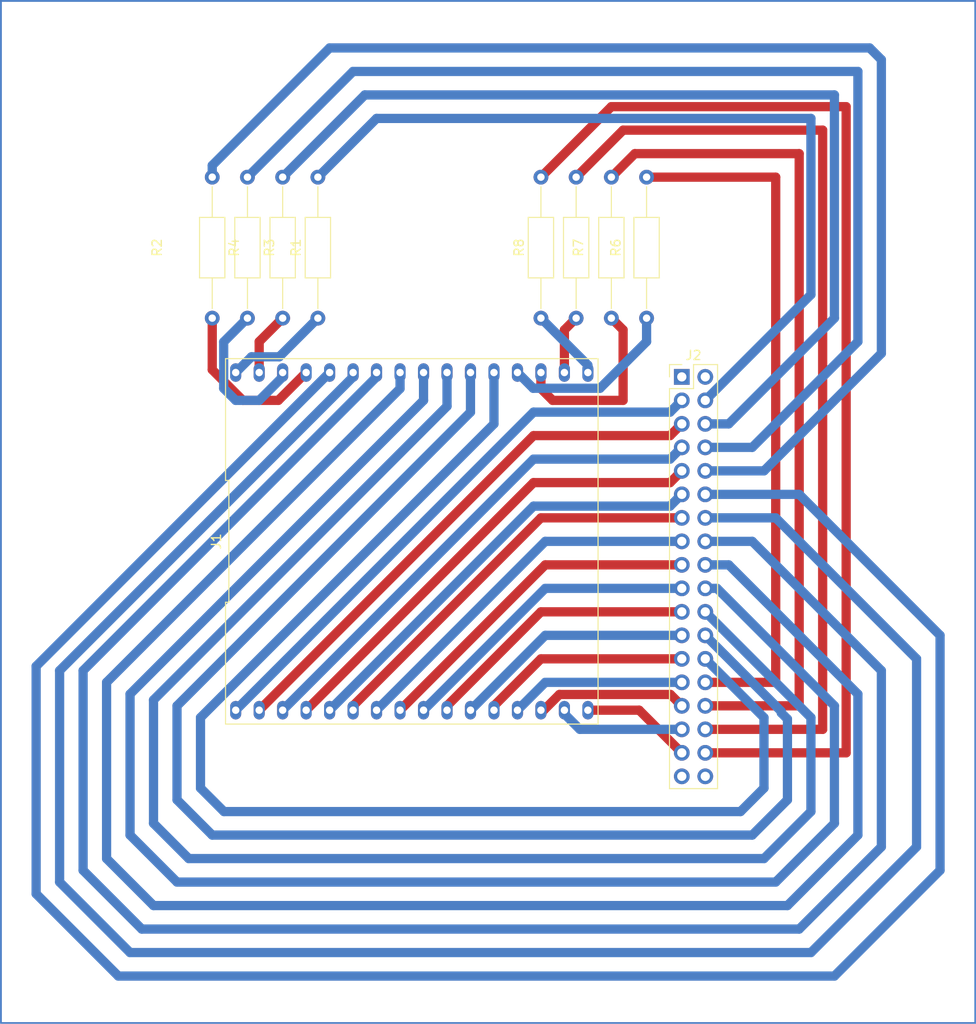
<source format=kicad_pcb>
(kicad_pcb (version 20240108) (generator "pcbnew") (generator_version "8.0")
  (layers (0 "F.Cu" signal) (31 "B.Cu" signal) (34 "B.Paste" user) (35 "F.Paste" user) (36 "B.SilkS" user "B.Silkscreen") (37 "F.SilkS" user "F.Silkscreen") (38 "B.Mask" user) (39 "F.Mask" user) (44 "Edge.Cuts" user))
  (net 0 "")
  (net 1 "Net-(J1-Pin_8)")
  (net 2 "Net-(J1-Pin_25)")
  (net 3 "Net-(J1-Pin_20)")
  (net 4 "Net-(J1-Pin_9)")
  (net 5 "Net-(J1-Pin_5)")
  (net 6 "Net-(J1-Pin_27)")
  (net 7 "Net-(J1-Pin_17)")
  (net 8 "Net-(J1-Pin_13)")
  (net 9 "Net-(J1-Pin_7)")
  (net 10 "Net-(J1-Pin_18)")
  (net 11 "Net-(J1-Pin_10)")
  (net 12 "Net-(J1-Pin_12)")
  (net 13 "Net-(J1-Pin_1)")
  (net 14 "Net-(J1-Pin_4)")
  (net 15 "Net-(J1-Pin_2)")
  (net 16 "Net-(J1-Pin_28)")
  (net 17 "Net-(J1-Pin_14)")
  (net 18 "Net-(J1-Pin_11)")
  (net 19 "Net-(J1-Pin_32)")
  (net 20 "Net-(J1-Pin_6)")
  (net 21 "Net-(J2-Pin_32)")
  (net 22 "Net-(J1-Pin_16)")
  (net 23 "Net-(J1-Pin_3)")
  (net 24 "Net-(J1-Pin_15)")
  (net 25 "Net-(J1-Pin_21)")
  (net 26 "Net-(J1-Pin_30)")
  (net 27 "Net-(J1-Pin_22)")
  (net 28 "Net-(J1-Pin_24)")
  (net 29 "Net-(J1-Pin_19)")
  (net 30 "Net-(J1-Pin_26)")
  (net 31 "Net-(J1-Pin_23)")
  (net 32 "Net-(J1-Pin_29)")
  (net 35 "Net-(J2-Pin_20)")
  (net 36 "Net-(J2-Pin_30)")
  (net 37 "Net-(J2-Pin_19)")
  (net 38 "Net-(J2-Pin_17)")
  (net 39 "Net-(J2-Pin_18)")
  (net 40 "Net-(J1-Pin_31)")
  (net 41 "Net-(J2-Pin_31)")
  (net 42 "Net-(J2-Pin_29)")
  (footprint "Resistor_THT:R_Axial_DIN0207_L6.3mm_D2.5mm_P15.24mm_Horizontal" (layer "F.Cu") (at 154.94 54.61 -90)
    (property "Reference" "R3" (at 7.62 -2.37 90) (layer "F.SilkS"))
    (property "Value" "330")
    (fp_line (start 4.35 1.37) (end 10.89 1.37) (stroke (width 0.12)) (layer "F.SilkS"))
    (fp_line (start 10.89 1.37) (end 10.89 -1.37) (stroke (width 0.12)) (layer "F.SilkS"))
    (fp_line (start 1.04 0) (end 4.35 0) (stroke (width 0.12)) (layer "F.SilkS"))
    (fp_line (start 14.2 0) (end 10.89 0) (stroke (width 0.12)) (layer "F.SilkS"))
    (fp_line (start 4.35 -1.37) (end 4.35 1.37) (stroke (width 0.12)) (layer "F.SilkS"))
    (fp_line (start 10.89 -1.37) (end 4.35 -1.37) (stroke (width 0.12)) (layer "F.SilkS"))
    (pad "1" thru_hole circle (at 0 0 270) (size 1.6 1.6) (drill 0.8) (layers "*.Cu" "*.Mask") (net 37 "Net-(J2-Pin_19)"))
    (pad "2" thru_hole oval (at 15.24 0 270) (size 1.6 1.6) (drill 0.8) (layers "*.Cu" "*.Mask") (net 29 "Net-(J1-Pin_19)"))
  )
  (footprint "Connector_PinHeader_2.54mm:PinHeader_2x18_P2.54mm_Vertical" (layer "F.Cu") (at 201.93 76.2)
    (property "Reference" "J2" (at 1.27 -2.33 0) (layer "F.SilkS"))
    (property "Value" "Conn_02x18_Counter_Clockwise")
    (fp_line (start -1.33 -1.33) (end 0 -1.33) (stroke (width 0.12)) (layer "F.SilkS"))
    (fp_line (start -1.33 0) (end -1.33 -1.33) (stroke (width 0.12)) (layer "F.SilkS"))
    (fp_line (start -1.33 1.27) (end -1.33 44.51) (stroke (width 0.12)) (layer "F.SilkS"))
    (fp_line (start -1.33 1.27) (end 1.27 1.27) (stroke (width 0.12)) (layer "F.SilkS"))
    (fp_line (start -1.33 44.51) (end 3.87 44.51) (stroke (width 0.12)) (layer "F.SilkS"))
    (fp_line (start 1.27 -1.33) (end 3.87 -1.33) (stroke (width 0.12)) (layer "F.SilkS"))
    (fp_line (start 1.27 1.27) (end 1.27 -1.33) (stroke (width 0.12)) (layer "F.SilkS"))
    (fp_line (start 3.87 -1.33) (end 3.87 44.51) (stroke (width 0.12)) (layer "F.SilkS"))
    (pad "1" thru_hole oval (at 0 40.64) (size 1.7 1.7) (drill 1) (layers "*.Cu" "*.Mask") (net 13 "Net-(J1-Pin_1)"))
    (pad "2" thru_hole oval (at 0 38.1) (size 1.7 1.7) (drill 1) (layers "*.Cu" "*.Mask") (net 15 "Net-(J1-Pin_2)"))
    (pad "3" thru_hole oval (at 0 35.56) (size 1.7 1.7) (drill 1) (layers "*.Cu" "*.Mask") (net 23 "Net-(J1-Pin_3)"))
    (pad "4" thru_hole oval (at 0 33.02) (size 1.7 1.7) (drill 1) (layers "*.Cu" "*.Mask") (net 14 "Net-(J1-Pin_4)"))
    (pad "5" thru_hole oval (at 0 30.48) (size 1.7 1.7) (drill 1) (layers "*.Cu" "*.Mask") (net 5 "Net-(J1-Pin_5)"))
    (pad "6" thru_hole oval (at 0 27.94) (size 1.7 1.7) (drill 1) (layers "*.Cu" "*.Mask") (net 20 "Net-(J1-Pin_6)"))
    (pad "7" thru_hole oval (at 0 25.4) (size 1.7 1.7) (drill 1) (layers "*.Cu" "*.Mask") (net 9 "Net-(J1-Pin_7)"))
    (pad "8" thru_hole oval (at 0 22.86) (size 1.7 1.7) (drill 1) (layers "*.Cu" "*.Mask") (net 1 "Net-(J1-Pin_8)"))
    (pad "9" thru_hole oval (at 0 20.32) (size 1.7 1.7) (drill 1) (layers "*.Cu" "*.Mask") (net 4 "Net-(J1-Pin_9)"))
    (pad "10" thru_hole oval (at 0 17.78) (size 1.7 1.7) (drill 1) (layers "*.Cu" "*.Mask") (net 11 "Net-(J1-Pin_10)"))
    (pad "11" thru_hole oval (at 0 15.24) (size 1.7 1.7) (drill 1) (layers "*.Cu" "*.Mask") (net 18 "Net-(J1-Pin_11)"))
    (pad "12" thru_hole oval (at 0 12.7) (size 1.7 1.7) (drill 1) (layers "*.Cu" "*.Mask") (net 12 "Net-(J1-Pin_12)"))
    (pad "13" thru_hole oval (at 0 10.16) (size 1.7 1.7) (drill 1) (layers "*.Cu" "*.Mask") (net 8 "Net-(J1-Pin_13)"))
    (pad "14" thru_hole oval (at 0 7.62) (size 1.7 1.7) (drill 1) (layers "*.Cu" "*.Mask") (net 17 "Net-(J1-Pin_14)"))
    (pad "15" thru_hole oval (at 0 5.08) (size 1.7 1.7) (drill 1) (layers "*.Cu" "*.Mask") (net 24 "Net-(J1-Pin_15)"))
    (pad "16" thru_hole oval (at 0 2.54) (size 1.7 1.7) (drill 1) (layers "*.Cu" "*.Mask") (net 22 "Net-(J1-Pin_16)"))
    (pad "17" thru_hole oval (at 2.54 2.54) (size 1.7 1.7) (drill 1) (layers "*.Cu" "*.Mask") (net 38 "Net-(J2-Pin_17)"))
    (pad "18" thru_hole oval (at 2.54 5.08) (size 1.7 1.7) (drill 1) (layers "*.Cu" "*.Mask") (net 39 "Net-(J2-Pin_18)"))
    (pad "19" thru_hole oval (at 2.54 7.62) (size 1.7 1.7) (drill 1) (layers "*.Cu" "*.Mask") (net 37 "Net-(J2-Pin_19)"))
    (pad "20" thru_hole oval (at 2.54 10.16) (size 1.7 1.7) (drill 1) (layers "*.Cu" "*.Mask") (net 35 "Net-(J2-Pin_20)"))
    (pad "21" thru_hole oval (at 2.54 12.7) (size 1.7 1.7) (drill 1) (layers "*.Cu" "*.Mask") (net 25 "Net-(J1-Pin_21)"))
    (pad "22" thru_hole oval (at 2.54 15.24) (size 1.7 1.7) (drill 1) (layers "*.Cu" "*.Mask") (net 27 "Net-(J1-Pin_22)"))
    (pad "23" thru_hole oval (at 2.54 17.78) (size 1.7 1.7) (drill 1) (layers "*.Cu" "*.Mask") (net 31 "Net-(J1-Pin_23)"))
    (pad "24" thru_hole oval (at 2.54 20.32) (size 1.7 1.7) (drill 1) (layers "*.Cu" "*.Mask") (net 28 "Net-(J1-Pin_24)"))
    (pad "25" thru_hole oval (at 2.54 22.86) (size 1.7 1.7) (drill 1) (layers "*.Cu" "*.Mask") (net 2 "Net-(J1-Pin_25)"))
    (pad "26" thru_hole oval (at 2.54 25.4) (size 1.7 1.7) (drill 1) (layers "*.Cu" "*.Mask") (net 30 "Net-(J1-Pin_26)"))
    (pad "27" thru_hole oval (at 2.54 27.94) (size 1.7 1.7) (drill 1) (layers "*.Cu" "*.Mask") (net 6 "Net-(J1-Pin_27)"))
    (pad "28" thru_hole oval (at 2.54 30.48) (size 1.7 1.7) (drill 1) (layers "*.Cu" "*.Mask") (net 16 "Net-(J1-Pin_28)"))
    (pad "29" thru_hole oval (at 2.54 33.02) (size 1.7 1.7) (drill 1) (layers "*.Cu" "*.Mask") (net 42 "Net-(J2-Pin_29)"))
    (pad "30" thru_hole oval (at 2.54 35.56) (size 1.7 1.7) (drill 1) (layers "*.Cu" "*.Mask") (net 36 "Net-(J2-Pin_30)"))
    (pad "31" thru_hole oval (at 2.54 38.1) (size 1.7 1.7) (drill 1) (layers "*.Cu" "*.Mask") (net 41 "Net-(J2-Pin_31)"))
    (pad "32" thru_hole oval (at 2.54 40.64) (size 1.7 1.7) (drill 1) (layers "*.Cu" "*.Mask") (net 21 "Net-(J2-Pin_32)"))
    (pad "GND" thru_hole oval (at 0 43.18) (size 1.7 1.7) (drill 1) (layers "*.Cu" "*.Mask"))
    (pad "GND" thru_hole oval (at 2.54 43.18) (size 1.7 1.7) (drill 1) (layers "*.Cu" "*.Mask"))
    (pad "PWR" thru_hole rect (at 0 0) (size 1.7 1.7) (drill 1) (layers "*.Cu" "*.Mask"))
    (pad "PWR" thru_hole oval (at 2.54 0) (size 1.7 1.7) (drill 1) (layers "*.Cu" "*.Mask"))
  )
  (footprint "Resistor_THT:R_Axial_DIN0207_L6.3mm_D2.5mm_P15.24mm_Horizontal" (layer "F.Cu") (at 186.69 69.85 90)
    (property "Reference" "R8" (at 7.62 -2.37 -90) (layer "F.SilkS"))
    (property "Value" "330")
    (fp_line (start 10.89 -1.37) (end 4.35 -1.37) (stroke (width 0.12)) (layer "F.SilkS"))
    (fp_line (start 4.35 -1.37) (end 4.35 1.37) (stroke (width 0.12)) (layer "F.SilkS"))
    (fp_line (start 14.2 0) (end 10.89 0) (stroke (width 0.12)) (layer "F.SilkS"))
    (fp_line (start 1.04 0) (end 4.35 0) (stroke (width 0.12)) (layer "F.SilkS"))
    (fp_line (start 10.89 1.37) (end 10.89 -1.37) (stroke (width 0.12)) (layer "F.SilkS"))
    (fp_line (start 4.35 1.37) (end 10.89 1.37) (stroke (width 0.12)) (layer "F.SilkS"))
    (pad "1" thru_hole circle (at 0 0 90) (size 1.6 1.6) (drill 0.8) (layers "*.Cu" "*.Mask") (net 19 "Net-(J1-Pin_32)"))
    (pad "2" thru_hole oval (at 15.24 0 90) (size 1.6 1.6) (drill 0.8) (layers "*.Cu" "*.Mask") (net 21 "Net-(J2-Pin_32)"))
  )
  (footprint "Resistor_THT:R_Axial_DIN0207_L6.3mm_D2.5mm_P15.24mm_Horizontal" (layer "F.Cu") (at 198.12 69.85 90)
    (property "Reference" "R5" (hide yes))
    (property "Value" "330")
    (fp_line (start 10.89 -1.37) (end 4.35 -1.37) (stroke (width 0.12)) (layer "F.SilkS"))
    (fp_line (start 4.35 -1.37) (end 4.35 1.37) (stroke (width 0.12)) (layer "F.SilkS"))
    (fp_line (start 14.2 0) (end 10.89 0) (stroke (width 0.12)) (layer "F.SilkS"))
    (fp_line (start 1.04 0) (end 4.35 0) (stroke (width 0.12)) (layer "F.SilkS"))
    (fp_line (start 10.89 1.37) (end 10.89 -1.37) (stroke (width 0.12)) (layer "F.SilkS"))
    (fp_line (start 4.35 1.37) (end 10.89 1.37) (stroke (width 0.12)) (layer "F.SilkS"))
    (pad "1" thru_hole circle (at 0 0 90) (size 1.6 1.6) (drill 0.8) (layers "*.Cu" "*.Mask") (net 32 "Net-(J1-Pin_29)"))
    (pad "2" thru_hole oval (at 15.24 0 90) (size 1.6 1.6) (drill 0.8) (layers "*.Cu" "*.Mask") (net 42 "Net-(J2-Pin_29)"))
  )
  (footprint "Resistor_THT:R_Axial_DIN0207_L6.3mm_D2.5mm_P15.24mm_Horizontal" (layer "F.Cu") (at 158.75 54.61 -90)
    (property "Reference" "R2" (at 7.62 13.59 90) (layer "F.SilkS"))
    (property "Value" "330")
    (fp_line (start 4.35 1.37) (end 10.89 1.37) (stroke (width 0.12)) (layer "F.SilkS"))
    (fp_line (start 10.89 1.37) (end 10.89 -1.37) (stroke (width 0.12)) (layer "F.SilkS"))
    (fp_line (start 1.04 0) (end 4.35 0) (stroke (width 0.12)) (layer "F.SilkS"))
    (fp_line (start 14.2 0) (end 10.89 0) (stroke (width 0.12)) (layer "F.SilkS"))
    (fp_line (start 4.35 -1.37) (end 4.35 1.37) (stroke (width 0.12)) (layer "F.SilkS"))
    (fp_line (start 10.89 -1.37) (end 4.35 -1.37) (stroke (width 0.12)) (layer "F.SilkS"))
    (pad "1" thru_hole circle (at 0 0 270) (size 1.6 1.6) (drill 0.8) (layers "*.Cu" "*.Mask") (net 39 "Net-(J2-Pin_18)"))
    (pad "2" thru_hole oval (at 15.24 0 270) (size 1.6 1.6) (drill 0.8) (layers "*.Cu" "*.Mask") (net 10 "Net-(J1-Pin_18)"))
  )
  (footprint "Resistor_THT:R_Axial_DIN0207_L6.3mm_D2.5mm_P15.24mm_Horizontal" (layer "F.Cu") (at 162.56 69.85 90)
    (property "Reference" "R1" (at 7.62 -2.37 -90) (layer "F.SilkS"))
    (property "Value" "330")
    (fp_line (start 10.89 -1.37) (end 4.35 -1.37) (stroke (width 0.12)) (layer "F.SilkS"))
    (fp_line (start 4.35 -1.37) (end 4.35 1.37) (stroke (width 0.12)) (layer "F.SilkS"))
    (fp_line (start 14.2 0) (end 10.89 0) (stroke (width 0.12)) (layer "F.SilkS"))
    (fp_line (start 1.04 0) (end 4.35 0) (stroke (width 0.12)) (layer "F.SilkS"))
    (fp_line (start 10.89 1.37) (end 10.89 -1.37) (stroke (width 0.12)) (layer "F.SilkS"))
    (fp_line (start 4.35 1.37) (end 10.89 1.37) (stroke (width 0.12)) (layer "F.SilkS"))
    (pad "1" thru_hole circle (at 0 0 90) (size 1.6 1.6) (drill 0.8) (layers "*.Cu" "*.Mask") (net 7 "Net-(J1-Pin_17)"))
    (pad "2" thru_hole oval (at 15.24 0 90) (size 1.6 1.6) (drill 0.8) (layers "*.Cu" "*.Mask") (net 38 "Net-(J2-Pin_17)"))
  )
  (footprint "Resistor_THT:R_Axial_DIN0207_L6.3mm_D2.5mm_P15.24mm_Horizontal" (layer "F.Cu") (at 194.31 69.85 90)
    (property "Reference" "R6" (at 7.62 0.48 -90) (layer "F.SilkS"))
    (property "Value" "330")
    (fp_line (start 10.89 -1.37) (end 4.35 -1.37) (stroke (width 0.12)) (layer "F.SilkS"))
    (fp_line (start 4.35 -1.37) (end 4.35 1.37) (stroke (width 0.12)) (layer "F.SilkS"))
    (fp_line (start 14.2 0) (end 10.89 0) (stroke (width 0.12)) (layer "F.SilkS"))
    (fp_line (start 1.04 0) (end 4.35 0) (stroke (width 0.12)) (layer "F.SilkS"))
    (fp_line (start 10.89 1.37) (end 10.89 -1.37) (stroke (width 0.12)) (layer "F.SilkS"))
    (fp_line (start 4.35 1.37) (end 10.89 1.37) (stroke (width 0.12)) (layer "F.SilkS"))
    (pad "1" thru_hole circle (at 0 0 90) (size 1.6 1.6) (drill 0.8) (layers "*.Cu" "*.Mask") (net 26 "Net-(J1-Pin_30)"))
    (pad "2" thru_hole oval (at 15.24 0 90) (size 1.6 1.6) (drill 0.8) (layers "*.Cu" "*.Mask") (net 36 "Net-(J2-Pin_30)"))
  )
  (footprint "Resistor_THT:R_Axial_DIN0207_L6.3mm_D2.5mm_P15.24mm_Horizontal" (layer "F.Cu") (at 190.5 69.85 90)
    (property "Reference" "R7" (at 7.62 0.24 -90) (layer "F.SilkS"))
    (property "Value" "330")
    (fp_line (start 10.89 -1.37) (end 4.35 -1.37) (stroke (width 0.12)) (layer "F.SilkS"))
    (fp_line (start 4.35 -1.37) (end 4.35 1.37) (stroke (width 0.12)) (layer "F.SilkS"))
    (fp_line (start 14.2 0) (end 10.89 0) (stroke (width 0.12)) (layer "F.SilkS"))
    (fp_line (start 1.04 0) (end 4.35 0) (stroke (width 0.12)) (layer "F.SilkS"))
    (fp_line (start 10.89 1.37) (end 10.89 -1.37) (stroke (width 0.12)) (layer "F.SilkS"))
    (fp_line (start 4.35 1.37) (end 10.89 1.37) (stroke (width 0.12)) (layer "F.SilkS"))
    (pad "1" thru_hole circle (at 0 0 90) (size 1.6 1.6) (drill 0.8) (layers "*.Cu" "*.Mask") (net 40 "Net-(J1-Pin_31)"))
    (pad "2" thru_hole oval (at 15.24 0 90) (size 1.6 1.6) (drill 0.8) (layers "*.Cu" "*.Mask") (net 41 "Net-(J2-Pin_31)"))
  )
  (footprint "Resistor_THT:R_Axial_DIN0207_L6.3mm_D2.5mm_P15.24mm_Horizontal" (layer "F.Cu") (at 151.13 54.61 -90)
    (property "Reference" "R4" (at 7.62 -2.37 90) (layer "F.SilkS"))
    (property "Value" "330")
    (fp_line (start 4.35 1.37) (end 10.89 1.37) (stroke (width 0.12)) (layer "F.SilkS"))
    (fp_line (start 10.89 1.37) (end 10.89 -1.37) (stroke (width 0.12)) (layer "F.SilkS"))
    (fp_line (start 1.04 0) (end 4.35 0) (stroke (width 0.12)) (layer "F.SilkS"))
    (fp_line (start 14.2 0) (end 10.89 0) (stroke (width 0.12)) (layer "F.SilkS"))
    (fp_line (start 4.35 -1.37) (end 4.35 1.37) (stroke (width 0.12)) (layer "F.SilkS"))
    (fp_line (start 10.89 -1.37) (end 4.35 -1.37) (stroke (width 0.12)) (layer "F.SilkS"))
    (pad "1" thru_hole circle (at 0 0 270) (size 1.6 1.6) (drill 0.8) (layers "*.Cu" "*.Mask") (net 35 "Net-(J2-Pin_20)"))
    (pad "2" thru_hole oval (at 15.24 0 270) (size 1.6 1.6) (drill 0.8) (layers "*.Cu" "*.Mask") (net 3 "Net-(J1-Pin_20)"))
  )
  (footprint "Custom:RGB Matrix 2.54 pitch" (layer "F.Cu") (at 172.72 93.98)
    (property "Reference" "J1" (at -21.15 0 90) (layer "F.SilkS"))
    (property "Value" "Matrix Connection")
    (fp_line (start -20.15 -19.75) (end -20.15 -6.583333) (stroke (width 0.12)) (layer "F.SilkS"))
    (fp_line (start -20.15 -6.583333) (end -19.79 -6.583333) (stroke (width 0.12)) (layer "F.SilkS"))
    (fp_line (start -20.15 6.583333) (end -20.15 19.75) (stroke (width 0.12)) (layer "F.SilkS"))
    (fp_line (start -20.15 19.75) (end 20.15 19.75) (stroke (width 0.12)) (layer "F.SilkS"))
    (fp_line (start -19.79 -6.583333) (end -19.79 6.583333) (stroke (width 0.12)) (layer "F.SilkS"))
    (fp_line (start -19.79 6.583333) (end -20.15 6.583333) (stroke (width 0.12)) (layer "F.SilkS"))
    (fp_line (start 20.15 -19.75) (end -20.15 -19.75) (stroke (width 0.12)) (layer "F.SilkS"))
    (fp_line (start 20.15 19.75) (end 20.15 -19.75) (stroke (width 0.12)) (layer "F.SilkS"))
    (pad "1" thru_hole oval (at 19.05 18.25) (size 1.2 2) (drill 0.8) (layers "*.Cu" "*.Mask") (net 13 "Net-(J1-Pin_1)"))
    (pad "2" thru_hole oval (at 16.51 18.25) (size 1.2 2) (drill 0.8) (layers "*.Cu" "*.Mask") (net 15 "Net-(J1-Pin_2)"))
    (pad "3" thru_hole oval (at 13.97 18.25) (size 1.2 2) (drill 0.8) (layers "*.Cu" "*.Mask") (net 23 "Net-(J1-Pin_3)"))
    (pad "4" thru_hole oval (at 11.43 18.25) (size 1.2 2) (drill 0.8) (layers "*.Cu" "*.Mask") (net 14 "Net-(J1-Pin_4)"))
    (pad "5" thru_hole oval (at 8.89 18.25) (size 1.2 2) (drill 0.8) (layers "*.Cu" "*.Mask") (net 5 "Net-(J1-Pin_5)"))
    (pad "6" thru_hole oval (at 6.35 18.25) (size 1.2 2) (drill 0.8) (layers "*.Cu" "*.Mask") (net 20 "Net-(J1-Pin_6)"))
    (pad "7" thru_hole oval (at 3.81 18.25) (size 1.2 2) (drill 0.8) (layers "*.Cu" "*.Mask") (net 9 "Net-(J1-Pin_7)"))
    (pad "8" thru_hole oval (at 1.27 18.25) (size 1.2 2) (drill 0.8) (layers "*.Cu" "*.Mask") (net 1 "Net-(J1-Pin_8)"))
    (pad "9" thru_hole oval (at -1.27 18.25) (size 1.2 2) (drill 0.8) (layers "*.Cu" "*.Mask") (net 4 "Net-(J1-Pin_9)"))
    (pad "10" thru_hole oval (at -3.81 18.25) (size 1.2 2) (drill 0.8) (layers "*.Cu" "*.Mask") (net 11 "Net-(J1-Pin_10)"))
    (pad "11" thru_hole oval (at -6.35 18.25) (size 1.2 2) (drill 0.8) (layers "*.Cu" "*.Mask") (net 18 "Net-(J1-Pin_11)"))
    (pad "12" thru_hole oval (at -8.89 18.25) (size 1.2 2) (drill 0.8) (layers "*.Cu" "*.Mask") (net 12 "Net-(J1-Pin_12)"))
    (pad "13" thru_hole oval (at -11.43 18.25) (size 1.2 2) (drill 0.8) (layers "*.Cu" "*.Mask") (net 8 "Net-(J1-Pin_13)"))
    (pad "14" thru_hole oval (at -13.97 18.25) (size 1.2 2) (drill 0.8) (layers "*.Cu" "*.Mask") (net 17 "Net-(J1-Pin_14)"))
    (pad "15" thru_hole oval (at -16.51 18.25) (size 1.2 2) (drill 0.8) (layers "*.Cu" "*.Mask") (net 24 "Net-(J1-Pin_15)"))
    (pad "16" thru_hole oval (at -19.05 18.25) (size 1.2 2) (drill 0.8) (layers "*.Cu" "*.Mask") (net 22 "Net-(J1-Pin_16)"))
    (pad "17" thru_hole oval (at -19.05 -18.25) (size 1.2 2) (drill 0.8) (layers "*.Cu" "*.Mask") (net 7 "Net-(J1-Pin_17)"))
    (pad "18" thru_hole oval (at -16.51 -18.25) (size 1.2 2) (drill 0.8) (layers "*.Cu" "*.Mask") (net 10 "Net-(J1-Pin_18)"))
    (pad "19" thru_hole oval (at -13.97 -18.25) (size 1.2 2) (drill 0.8) (layers "*.Cu" "*.Mask") (net 29 "Net-(J1-Pin_19)"))
    (pad "20" thru_hole oval (at -11.43 -18.25) (size 1.2 2) (drill 0.8) (layers "*.Cu" "*.Mask") (net 3 "Net-(J1-Pin_20)"))
    (pad "21" thru_hole oval (at -8.89 -18.25) (size 1.2 2) (drill 0.8) (layers "*.Cu" "*.Mask") (net 25 "Net-(J1-Pin_21)"))
    (pad "22" thru_hole oval (at -6.35 -18.25) (size 1.2 2) (drill 0.8) (layers "*.Cu" "*.Mask") (net 27 "Net-(J1-Pin_22)"))
    (pad "23" thru_hole oval (at -3.81 -18.25) (size 1.2 2) (drill 0.8) (layers "*.Cu" "*.Mask") (net 31 "Net-(J1-Pin_23)"))
    (pad "24" thru_hole oval (at -1.27 -18.25) (size 1.2 2) (drill 0.8) (layers "*.Cu" "*.Mask") (net 28 "Net-(J1-Pin_24)"))
    (pad "25" thru_hole oval (at 1.27 -18.25) (size 1.2 2) (drill 0.8) (layers "*.Cu" "*.Mask") (net 2 "Net-(J1-Pin_25)"))
    (pad "26" thru_hole oval (at 3.81 -18.25) (size 1.2 2) (drill 0.8) (layers "*.Cu" "*.Mask") (net 30 "Net-(J1-Pin_26)"))
    (pad "27" thru_hole oval (at 6.35 -18.25) (size 1.2 2) (drill 0.8) (layers "*.Cu" "*.Mask") (net 6 "Net-(J1-Pin_27)"))
    (pad "28" thru_hole oval (at 8.89 -18.25) (size 1.2 2) (drill 0.8) (layers "*.Cu" "*.Mask") (net 16 "Net-(J1-Pin_28)"))
    (pad "29" thru_hole oval (at 11.43 -18.25) (size 1.2 2) (drill 0.8) (layers "*.Cu" "*.Mask") (net 32 "Net-(J1-Pin_29)"))
    (pad "30" thru_hole oval (at 13.97 -18.25) (size 1.2 2) (drill 0.8) (layers "*.Cu" "*.Mask") (net 26 "Net-(J1-Pin_30)"))
    (pad "31" thru_hole oval (at 16.51 -18.25) (size 1.2 2) (drill 0.8) (layers "*.Cu" "*.Mask") (net 40 "Net-(J1-Pin_31)"))
    (pad "32" thru_hole oval (at 19.05 -18.25) (size 1.2 2) (drill 0.8) (layers "*.Cu" "*.Mask") (net 19 "Net-(J1-Pin_32)"))
  )
  (gr_rect (start 128.27 35.56) (end 233.68 146.05) (stroke (width 0.2)) (fill none) (layer "B.Cu"))
  (segment (start 187.16 99.06) (end 173.99 112.23) (width 1) (layer "B.Cu") (net 1))
  (segment (start 201.93 99.06) (end 187.16 99.06) (width 1) (layer "B.Cu") (net 1))
  (segment (start 205.74 99.06) (end 204.47 99.06) (width 1) (layer "B.Cu") (net 2))
  (segment (start 147.32 130.81) (end 212.09 130.81) (width 1) (layer "B.Cu") (net 2))
  (segment (start 212.09 130.81) (end 218.44 124.46) (width 1) (layer "B.Cu") (net 2))
  (segment (start 142.24 125.73) (end 147.32 130.81) (width 1) (layer "B.Cu") (net 2))
  (segment (start 218.44 124.46) (end 218.44 111.76) (width 1) (layer "B.Cu") (net 2))
  (segment (start 218.44 111.76) (end 205.74 99.06) (width 1) (layer "B.Cu") (net 2))
  (segment (start 173.99 78.74) (end 142.24 110.49) (width 1) (layer "B.Cu") (net 2))
  (segment (start 142.24 110.49) (end 142.24 125.73) (width 1) (layer "B.Cu") (net 2))
  (segment (start 173.99 75.73) (end 173.99 78.74) (width 1) (layer "B.Cu") (net 2))
  (segment (start 158.28 78.74) (end 154.441522 78.74) (width 1) (layer "F.Cu") (net 3))
  (segment (start 154.441522 78.74) (end 151.13 75.428478) (width 1) (layer "F.Cu") (net 3))
  (segment (start 151.13 75.428478) (end 151.13 69.85) (width 1) (layer "F.Cu") (net 3))
  (segment (start 161.29 75.73) (end 158.28 78.74) (width 1) (layer "F.Cu") (net 3))
  (segment (start 201.93 96.52) (end 187.16 96.52) (width 1) (layer "F.Cu") (net 4))
  (segment (start 187.16 96.52) (end 171.45 112.23) (width 1) (layer "F.Cu") (net 4))
  (segment (start 181.61 112.23) (end 181.61 111.76) (width 1) (layer "F.Cu") (net 5))
  (segment (start 186.69 106.68) (end 201.93 106.68) (width 1) (layer "F.Cu") (net 5))
  (segment (start 181.61 111.76) (end 186.69 106.68) (width 1) (layer "F.Cu") (net 5))
  (segment (start 212.69068 112.36068) (end 204.47 104.14) (width 1) (layer "B.Cu") (net 6))
  (segment (start 179.07 75.73) (end 179.07 80.01) (width 1) (layer "B.Cu") (net 6))
  (segment (start 151.13 125.73) (end 209.55 125.73) (width 1) (layer "B.Cu") (net 6))
  (segment (start 147.32 111.76) (end 147.32 121.92) (width 1) (layer "B.Cu") (net 6))
  (segment (start 179.07 80.01) (end 147.32 111.76) (width 1) (layer "B.Cu") (net 6))
  (segment (start 213.36 113.18464) (end 212.69068 112.51532) (width 1) (layer "B.Cu") (net 6))
  (segment (start 212.69068 112.51532) (end 212.69068 112.36068) (width 1) (layer "B.Cu") (net 6))
  (segment (start 209.55 125.73) (end 213.36 121.92) (width 1) (layer "B.Cu") (net 6))
  (segment (start 213.36 121.92) (end 213.36 113.18464) (width 1) (layer "B.Cu") (net 6))
  (segment (start 147.32 121.92) (end 151.13 125.73) (width 1) (layer "B.Cu") (net 6))
  (segment (start 158.38 74.03) (end 162.56 69.85) (width 1) (layer "B.Cu") (net 7))
  (segment (start 155.37 74.03) (end 158.38 74.03) (width 1) (layer "B.Cu") (net 7))
  (segment (start 153.67 75.73) (end 155.37 74.03) (width 1) (layer "B.Cu") (net 7))
  (segment (start 185.89 87.63) (end 161.29 112.23) (width 1) (layer "F.Cu") (net 8))
  (segment (start 201.93 86.36) (end 200.66 87.63) (width 1) (layer "F.Cu") (net 8))
  (segment (start 200.66 87.63) (end 185.89 87.63) (width 1) (layer "F.Cu") (net 8))
  (segment (start 176.53 112.23) (end 176.53 111.76) (width 1) (layer "F.Cu") (net 9))
  (segment (start 176.53 111.76) (end 186.69 101.6) (width 1) (layer "F.Cu") (net 9))
  (segment (start 186.69 101.6) (end 201.93 101.6) (width 1) (layer "F.Cu") (net 9))
  (segment (start 156.21 72.39) (end 158.75 69.85) (width 1) (layer "F.Cu") (net 10))
  (segment (start 156.21 75.73) (end 156.21 72.39) (width 1) (layer "F.Cu") (net 10))
  (segment (start 187.16 93.98) (end 168.91 112.23) (width 1) (layer "B.Cu") (net 11))
  (segment (start 201.93 93.98) (end 187.16 93.98) (width 1) (layer "B.Cu") (net 11))
  (segment (start 201.93 88.9) (end 200.66 90.17) (width 1) (layer "B.Cu") (net 12))
  (segment (start 200.66 90.17) (end 185.89 90.17) (width 1) (layer "B.Cu") (net 12))
  (segment (start 185.89 90.17) (end 163.83 112.23) (width 1) (layer "B.Cu") (net 12))
  (segment (start 191.77 112.23) (end 197.32 112.23) (width 1) (layer "F.Cu") (net 13))
  (segment (start 197.32 112.23) (end 201.93 116.84) (width 1) (layer "F.Cu") (net 13))
  (segment (start 201.93 109.22) (end 187.16 109.22) (width 1) (layer "B.Cu") (net 14))
  (segment (start 187.16 109.22) (end 184.15 112.23) (width 1) (layer "B.Cu") (net 14))
  (segment (start 190.9 114.3) (end 201.93 114.3) (width 1) (layer "B.Cu") (net 15))
  (segment (start 189.23 112.63) (end 190.9 114.3) (width 1) (layer "B.Cu") (net 15))
  (segment (start 189.23 112.23) (end 189.23 112.63) (width 1) (layer "B.Cu") (net 15))
  (segment (start 181.61 75.73) (end 181.61 81.28) (width 1) (layer "B.Cu") (net 16))
  (segment (start 149.86 113.03) (end 149.86 120.65) (width 1) (layer "B.Cu") (net 16))
  (segment (start 181.61 81.28) (end 149.86 113.03) (width 1) (layer "B.Cu") (net 16))
  (segment (start 152.4 123.19) (end 208.28 123.19) (width 1) (layer "B.Cu") (net 16))
  (segment (start 208.28 123.19) (end 210.82 120.65) (width 1) (layer "B.Cu") (net 16))
  (segment (start 210.82 120.65) (end 210.82 113.03) (width 1) (layer "B.Cu") (net 16))
  (segment (start 210.82 113.03) (end 204.47 106.68) (width 1) (layer "B.Cu") (net 16))
  (segment (start 149.86 120.65) (end 152.4 123.19) (width 1) (layer "B.Cu") (net 16))
  (segment (start 200.66 85.09) (end 185.89 85.09) (width 1) (layer "B.Cu") (net 17))
  (segment (start 185.89 85.09) (end 158.75 112.23) (width 1) (layer "B.Cu") (net 17))
  (segment (start 201.93 83.82) (end 200.66 85.09) (width 1) (layer "B.Cu") (net 17))
  (segment (start 166.37 111.76) (end 186.69 91.44) (width 1) (layer "F.Cu") (net 18))
  (segment (start 186.69 91.44) (end 201.93 91.44) (width 1) (layer "F.Cu") (net 18))
  (segment (start 166.37 112.23) (end 166.37 111.76) (width 1) (layer "F.Cu") (net 18))
  (segment (start 191.77 75.73) (end 191.77 74.93) (width 1) (layer "B.Cu") (net 19))
  (segment (start 191.77 74.93) (end 186.69 69.85) (width 1) (layer "B.Cu") (net 19))
  (segment (start 187.16 104.14) (end 201.93 104.14) (width 1) (layer "B.Cu") (net 20))
  (segment (start 179.07 112.23) (end 187.16 104.14) (width 1) (layer "B.Cu") (net 20))
  (segment (start 194.31 46.99) (end 186.69 54.61) (width 1) (layer "F.Cu") (net 21))
  (segment (start 219.71 116.84) (end 219.71 46.99) (width 1) (layer "F.Cu") (net 21))
  (segment (start 204.47 116.84) (end 219.71 116.84) (width 1) (layer "F.Cu") (net 21))
  (segment (start 219.71 46.99) (end 194.31 46.99) (width 1) (layer "F.Cu") (net 21))
  (segment (start 200.66 80.01) (end 201.93 78.74) (width 1) (layer "B.Cu") (net 22))
  (segment (start 185.89 80.01) (end 200.66 80.01) (width 1) (layer "B.Cu") (net 22))
  (segment (start 153.67 112.23) (end 185.89 80.01) (width 1) (layer "B.Cu") (net 22))
  (segment (start 186.991522 112.23) (end 188.691522 110.53) (width 1) (layer "F.Cu") (net 23))
  (segment (start 186.69 112.23) (end 186.991522 112.23) (width 1) (layer "F.Cu") (net 23))
  (segment (start 200.7 110.53) (end 201.93 111.76) (width 1) (layer "F.Cu") (net 23))
  (segment (start 188.691522 110.53) (end 200.7 110.53) (width 1) (layer "F.Cu") (net 23))
  (segment (start 185.89 82.55) (end 200.66 82.55) (width 1) (layer "F.Cu") (net 24))
  (segment (start 200.66 82.55) (end 201.93 81.28) (width 1) (layer "F.Cu") (net 24))
  (segment (start 156.21 112.23) (end 185.89 82.55) (width 1) (layer "F.Cu") (net 24))
  (segment (start 132.08 107.48) (end 163.83 75.73) (width 1) (layer "B.Cu") (net 25))
  (segment (start 204.47 88.9) (end 214.63 88.9) (width 1) (layer "B.Cu") (net 25))
  (segment (start 132.08 132.08) (end 132.08 107.48) (width 1) (layer "B.Cu") (net 25))
  (segment (start 229.87 104.14) (end 229.87 129.54) (width 1) (layer "B.Cu") (net 25))
  (segment (start 140.97 140.97) (end 132.08 132.08) (width 1) (layer "B.Cu") (net 25))
  (segment (start 214.63 88.9) (end 229.87 104.14) (width 1) (layer "B.Cu") (net 25))
  (segment (start 229.87 129.54) (end 218.44 140.97) (width 1) (layer "B.Cu") (net 25))
  (segment (start 218.44 140.97) (end 140.97 140.97) (width 1) (layer "B.Cu") (net 25))
  (segment (start 186.69 77.47) (end 187.96 78.74) (width 1) (layer "F.Cu") (net 26))
  (segment (start 195.58 71.12) (end 194.31 69.85) (width 1) (layer "F.Cu") (net 26))
  (segment (start 186.69 75.73) (end 186.69 77.47) (width 1) (layer "F.Cu") (net 26))
  (segment (start 195.58 78.74) (end 195.58 71.12) (width 1) (layer "F.Cu") (net 26))
  (segment (start 187.96 78.74) (end 195.58 78.74) (width 1) (layer "F.Cu") (net 26))
  (segment (start 212.09 91.44) (end 204.47 91.44) (width 1) (layer "B.Cu") (net 27))
  (segment (start 227.33 106.68) (end 212.09 91.44) (width 1) (layer "B.Cu") (net 27))
  (segment (start 134.62 107.95) (end 134.62 130.81) (width 1) (layer "B.Cu") (net 27))
  (segment (start 227.33 127) (end 227.33 106.68) (width 1) (layer "B.Cu") (net 27))
  (segment (start 166.37 76.2) (end 134.62 107.95) (width 1) (layer "B.Cu") (net 27))
  (segment (start 134.62 130.81) (end 142.24 138.43) (width 1) (layer "B.Cu") (net 27))
  (segment (start 215.9 138.43) (end 227.33 127) (width 1) (layer "B.Cu") (net 27))
  (segment (start 142.24 138.43) (end 215.9 138.43) (width 1) (layer "B.Cu") (net 27))
  (segment (start 166.37 75.73) (end 166.37 76.2) (width 1) (layer "B.Cu") (net 27))
  (segment (start 220.98 125.73) (end 220.98 110.49) (width 1) (layer "B.Cu") (net 28))
  (segment (start 171.45 77.47) (end 139.7 109.22) (width 1) (layer "B.Cu") (net 28))
  (segment (start 171.45 75.73) (end 171.45 77.47) (width 1) (layer "B.Cu") (net 28))
  (segment (start 139.7 109.22) (end 139.7 128.27) (width 1) (layer "B.Cu") (net 28))
  (segment (start 220.98 110.49) (end 207.01 96.52) (width 1) (layer "B.Cu") (net 28))
  (segment (start 213.36 133.35) (end 220.98 125.73) (width 1) (layer "B.Cu") (net 28))
  (segment (start 207.01 96.52) (end 204.47 96.52) (width 1) (layer "B.Cu") (net 28))
  (segment (start 139.7 128.27) (end 144.78 133.35) (width 1) (layer "B.Cu") (net 28))
  (segment (start 144.78 133.35) (end 213.36 133.35) (width 1) (layer "B.Cu") (net 28))
  (segment (start 158.75 76.2) (end 156.21 78.74) (width 1) (layer "B.Cu") (net 29))
  (segment (start 158.75 75.73) (end 158.75 76.2) (width 1) (layer "B.Cu") (net 29))
  (segment (start 153.67 78.74) (end 152.37 77.44) (width 1) (layer "B.Cu") (net 29))
  (segment (start 152.37 77.44) (end 152.37 72.42) (width 1) (layer "B.Cu") (net 29))
  (segment (start 156.21 78.74) (end 153.67 78.74) (width 1) (layer "B.Cu") (net 29))
  (segment (start 152.37 72.42) (end 154.94 69.85) (width 1) (layer "B.Cu") (net 29))
  (segment (start 144.78 111.125) (end 176.53 79.375) (width 1) (layer "B.Cu") (net 30))
  (segment (start 204.47 101.6) (end 215.9 113.03) (width 1) (layer "B.Cu") (net 30))
  (segment (start 215.9 123.19) (end 210.82 128.27) (width 1) (layer "B.Cu") (net 30))
  (segment (start 210.82 128.27) (end 148.59 128.27) (width 1) (layer "B.Cu") (net 30))
  (segment (start 148.59 128.27) (end 144.78 124.46) (width 1) (layer "B.Cu") (net 30))
  (segment (start 144.78 124.46) (end 144.78 111.125) (width 1) (layer "B.Cu") (net 30))
  (segment (start 176.53 79.375) (end 176.53 75.73) (width 1) (layer "B.Cu") (net 30))
  (segment (start 215.9 113.03) (end 215.9 123.19) (width 1) (layer "B.Cu") (net 30))
  (segment (start 137.16 107.95) (end 137.16 129.54) (width 1) (layer "B.Cu") (net 31))
  (segment (start 168.91 75.73) (end 168.91 76.2) (width 1) (layer "B.Cu") (net 31))
  (segment (start 209.55 93.98) (end 204.47 93.98) (width 1) (layer "B.Cu") (net 31))
  (segment (start 214.63 135.89) (end 223.52 127) (width 1) (layer "B.Cu") (net 31))
  (segment (start 137.16 129.54) (end 143.51 135.89) (width 1) (layer "B.Cu") (net 31))
  (segment (start 143.51 135.89) (end 214.63 135.89) (width 1) (layer "B.Cu") (net 31))
  (segment (start 223.52 107.95) (end 209.55 93.98) (width 1) (layer "B.Cu") (net 31))
  (segment (start 223.52 127) (end 223.52 107.95) (width 1) (layer "B.Cu") (net 31))
  (segment (start 168.91 76.2) (end 137.16 107.95) (width 1) (layer "B.Cu") (net 31))
  (segment (start 185.85 77.43) (end 193.08 77.43) (width 1) (layer "B.Cu") (net 32))
  (segment (start 193.08 77.43) (end 198.12 72.39) (width 1) (layer "B.Cu") (net 32))
  (segment (start 198.12 72.39) (end 198.12 69.85) (width 1) (layer "B.Cu") (net 32))
  (segment (start 184.15 75.73) (end 185.85 77.43) (width 1) (layer "B.Cu") (net 32))
  (segment (start 222.25 40.64) (end 223.52 41.91) (width 1) (layer "B.Cu") (net 35))
  (segment (start 163.83 40.64) (end 222.25 40.64) (width 1) (layer "B.Cu") (net 35))
  (segment (start 223.52 73.66) (end 210.82 86.36) (width 1) (layer "B.Cu") (net 35))
  (segment (start 151.13 54.61) (end 151.13 53.34) (width 1) (layer "B.Cu") (net 35))
  (segment (start 210.82 86.36) (end 204.47 86.36) (width 1) (layer "B.Cu") (net 35))
  (segment (start 151.13 53.34) (end 163.83 40.64) (width 1) (layer "B.Cu") (net 35))
  (segment (start 223.52 41.91) (end 223.52 73.66) (width 1) (layer "B.Cu") (net 35))
  (segment (start 214.63 52.07) (end 196.85 52.07) (width 1) (layer "F.Cu") (net 36))
  (segment (start 214.63 111.76) (end 214.63 52.07) (width 1) (layer "F.Cu") (net 36))
  (segment (start 196.85 52.07) (end 194.31 54.61) (width 1) (layer "F.Cu") (net 36))
  (segment (start 204.47 111.76) (end 214.63 111.76) (width 1) (layer "F.Cu") (net 36))
  (segment (start 220.98 72.39) (end 209.55 83.82) (width 1) (layer "B.Cu") (net 37))
  (segment (start 154.94 54.61) (end 166.37 43.18) (width 1) (layer "B.Cu") (net 37))
  (segment (start 220.98 43.18) (end 220.98 72.39) (width 1) (layer "B.Cu") (net 37))
  (segment (start 166.37 43.18) (end 220.98 43.18) (width 1) (layer "B.Cu") (net 37))
  (segment (start 209.55 83.82) (end 204.47 83.82) (width 1) (layer "B.Cu") (net 37))
  (segment (start 162.56 54.61) (end 168.91 48.26) (width 1) (layer "B.Cu") (net 38))
  (segment (start 215.9 48.26) (end 215.9 67.31) (width 1) (layer "B.Cu") (net 38))
  (segment (start 215.9 67.31) (end 204.47 78.74) (width 1) (layer "B.Cu") (net 38))
  (segment (start 168.91 48.26) (end 215.9 48.26) (width 1) (layer "B.Cu") (net 38))
  (segment (start 204.47 81.28) (end 207.01 81.28) (width 1) (layer "B.Cu") (net 39))
  (segment (start 167.64 45.72) (end 158.75 54.61) (width 1) (layer "B.Cu") (net 39))
  (segment (start 207.01 81.28) (end 218.44 69.85) (width 1) (layer "B.Cu") (net 39))
  (segment (start 218.44 45.72) (end 167.64 45.72) (width 1) (layer "B.Cu") (net 39))
  (segment (start 218.44 69.85) (end 218.44 45.72) (width 1) (layer "B.Cu") (net 39))
  (segment (start 189.23 71.12) (end 190.5 69.85) (width 1) (layer "F.Cu") (net 40))
  (segment (start 189.23 75.73) (end 189.23 71.12) (width 1) (layer "F.Cu") (net 40))
  (segment (start 217.17 114.3) (end 204.47 114.3) (width 1) (layer "F.Cu") (net 41))
  (segment (start 217.17 49.53) (end 217.17 114.3) (width 1) (layer "F.Cu") (net 41))
  (segment (start 190.5 54.61) (end 195.58 49.53) (width 1) (layer "F.Cu") (net 41))
  (segment (start 195.58 49.53) (end 217.17 49.53) (width 1) (layer "F.Cu") (net 41))
  (segment (start 198.12 54.61) (end 212.09 54.61) (width 1) (layer "F.Cu") (net 42))
  (segment (start 212.09 109.22) (end 204.47 109.22) (width 1) (layer "F.Cu") (net 42))
  (segment (start 212.09 54.61) (end 212.09 109.22) (width 1) (layer "F.Cu") (net 42))
)
</source>
